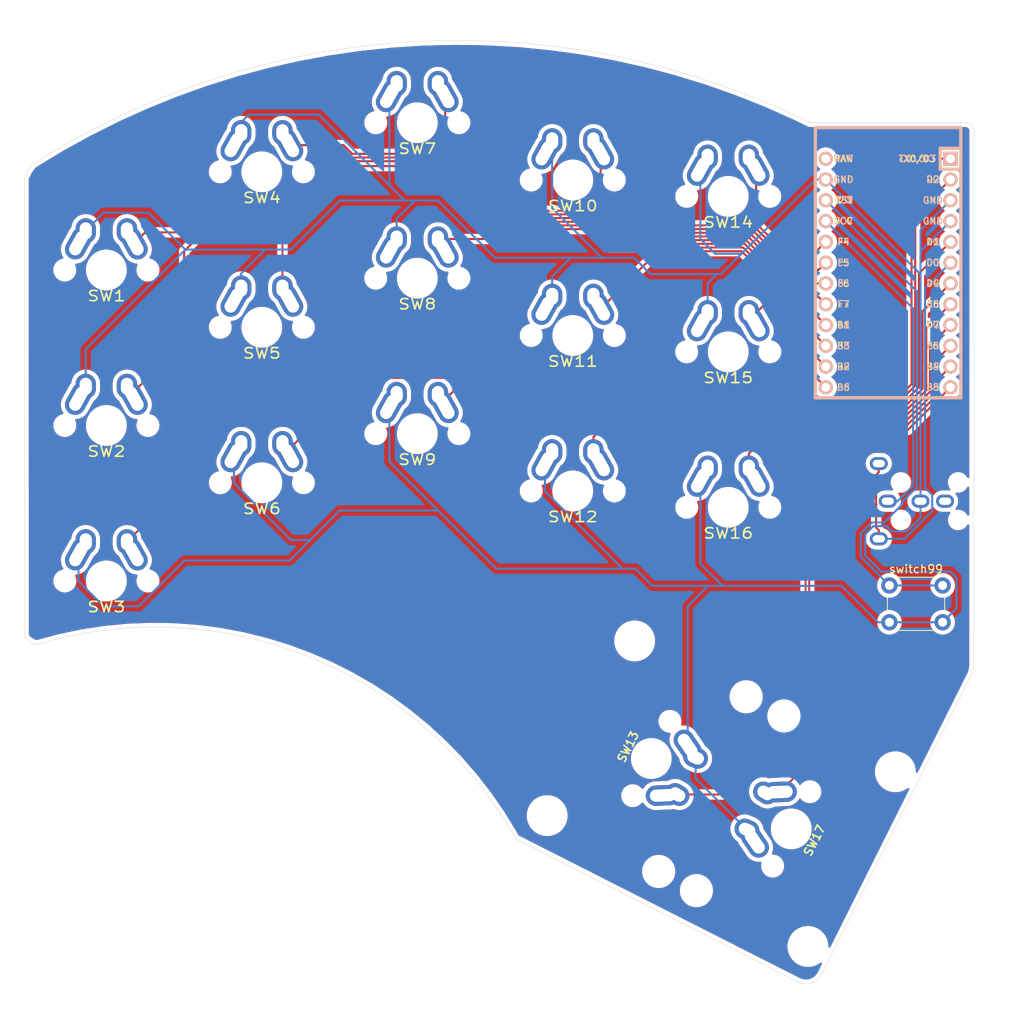
<source format=kicad_pcb>
(kicad_pcb (version 20171130) (host pcbnew "(5.1.5)-3")
  (layers (0 F.Cu signal) (31 B.Cu signal) (34 B.Paste user) (35 F.Paste user) (36 B.SilkS user) (37 F.SilkS user) (38 B.Mask user) (39 F.Mask user) (44 Edge.Cuts user))
  (net 0 "")
  (net 1 SDA)
  (net 2 "Net-(U1-Pad2)")
  (net 3 GROUND)
  (net 4 C1)
  (net 5 C2)
  (net 6 C3)
  (net 7 C4)
  (net 8 C5)
  (net 9 C6)
  (net 10 C7)
  (net 11 C8)
  (net 12 C9)
  (net 13 C10)
  (net 14 C11)
  (net 15 C12)
  (net 16 C13)
  (net 17 C14)
  (net 18 C15)
  (net 19 C16)
  (net 20 C17)
  (net 21 RESET)
  (module Button_Switch_THT:SW_PUSH_6mm_H4.3mm (layer F.Cu) (at 125.7 77.55)
    (fp_text reference switch99 (at 3.25 -2) (layer F.SilkS))
    (fp_text value switch)
    (pad 1 thru_hole circle (at 6.5 0 90) (size 2 2) (drill 1.1) (layers *.Cu *.Mask) (net 21 RESET))
    (pad 2 thru_hole circle (at 6.5 4.5 90) (size 2 2) (drill 1.1) (layers *.Cu *.Mask) (net 3 GROUND))
    (pad 1 thru_hole circle (at 0 0 90) (size 2 2) (drill 1.1) (layers *.Cu *.Mask) (net 21 RESET))
    (pad 2 thru_hole circle (at 0 4.5 90) (size 2 2) (drill 1.1) (layers *.Cu *.Mask) (net 3 GROUND))
  )
  (module footprints:2u-dual (layer F.Cu) (at 113.7 107.3 63.4)
    (fp_text reference SW17 (at 0 3.175 63.4) (layer F.SilkS) (effects (font (thickness 0.2))))
    (fp_text value switch hide)
    (pad "" np_thru_hole circle (at 11.938 8.255 63.4) (size 3.9878 3.9878) (drill 3.9878) (layers *.Cu *.Mask))
    (pad "" np_thru_hole circle (at -11.938 8.255 63.4) (size 3.9878 3.9878) (drill 3.9878) (layers *.Cu *.Mask))
    (pad "" np_thru_hole circle (at 11.938 -6.985 63.4) (size 3.048 3.048) (drill 3.048) (layers *.Cu *.Mask))
    (pad "" np_thru_hole circle (at -11.938 -6.985 63.4) (size 3.048 3.048) (drill 3.048) (layers *.Cu *.Mask))
    (pad "" np_thru_hole circle (at 5.08 0 63.4) (size 1.8 1.8) (drill 1.8) (layers *.Cu *.Mask))
    (pad "" np_thru_hole circle (at -5.08 0 63.4) (size 1.8 1.8) (drill 1.8) (layers *.Cu *.Mask))
    (pad "" np_thru_hole circle (at 0 0 63.4) (size 3.9878 3.9878) (drill 3.9878) (layers *.Cu *.Mask))
    (pad 2 thru_hole oval (at 2.52 -4.79 59.5) (size 2.5 3.08) (drill oval 1.5 2.08) (layers *.Cu *.Mask) (net 20 C17))
    (pad 1 thru_hole oval (at -3.405 -3.27 34.4) (size 2.5 4.17) (drill oval 1.5 3.17) (layers *.Cu *.Mask) (net 3 GROUND))
    (pad 2 thru_hole oval (at 3.405 -3.27 92.4) (size 2.5 4.17) (drill oval 1.5 3.17) (layers *.Cu *.Mask) (net 20 C17))
    (pad 1 thru_hole oval (at -2.52 -4.79 67.3) (size 2.5 3.08) (drill oval 1.5 2.08) (layers *.Cu *.Mask) (net 3 GROUND))
  )
  (module footprints:2u-dual (layer F.Cu) (at 96.6 98.7 243.4)
    (fp_text reference SW13 (at 0 3.175 63.4) (layer F.SilkS) (effects (font (thickness 0.2))))
    (fp_text value switch hide)
    (pad "" np_thru_hole circle (at 11.938 8.255 243.4) (size 3.9878 3.9878) (drill 3.9878) (layers *.Cu *.Mask))
    (pad "" np_thru_hole circle (at -11.938 8.255 243.4) (size 3.9878 3.9878) (drill 3.9878) (layers *.Cu *.Mask))
    (pad "" np_thru_hole circle (at 11.938 -6.985 243.4) (size 3.048 3.048) (drill 3.048) (layers *.Cu *.Mask))
    (pad "" np_thru_hole circle (at -11.938 -6.985 243.4) (size 3.048 3.048) (drill 3.048) (layers *.Cu *.Mask))
    (pad "" np_thru_hole circle (at 5.08 0 243.4) (size 1.8 1.8) (drill 1.8) (layers *.Cu *.Mask))
    (pad "" np_thru_hole circle (at -5.08 0 243.4) (size 1.8 1.8) (drill 1.8) (layers *.Cu *.Mask))
    (pad "" np_thru_hole circle (at 0 0 243.4) (size 3.9878 3.9878) (drill 3.9878) (layers *.Cu *.Mask))
    (pad 2 thru_hole oval (at 2.52 -4.79 239.5) (size 2.5 3.08) (drill oval 1.5 2.08) (layers *.Cu *.Mask) (net 16 C13))
    (pad 1 thru_hole oval (at -3.405 -3.27 214.4) (size 2.5 4.17) (drill oval 1.5 3.17) (layers *.Cu *.Mask) (net 3 GROUND))
    (pad 2 thru_hole oval (at 3.405 -3.27 272.4) (size 2.5 4.17) (drill oval 1.5 3.17) (layers *.Cu *.Mask) (net 16 C13))
    (pad 1 thru_hole oval (at -2.52 -4.79 247.3) (size 2.5 3.08) (drill oval 1.5 2.08) (layers *.Cu *.Mask) (net 3 GROUND))
  )
  (module footprints:1u-dual (layer F.Cu) (at 106 30)
    (fp_text reference SW14 (at 0 3.175) (layer F.SilkS) (effects (font (size 1.27 1.524) (thickness 0.2032))))
    (fp_text value switch hide)
    (pad 1 thru_hole oval (at -2.52 -4.79) (size 2.5 3.08) (drill oval 1.5 2.08) (layers *.Cu *.Mask) (net 3 GROUND))
    (pad 2 thru_hole oval (at 3.405 -3.27 29) (size 2.5 4.17) (drill oval 1.5 3.17) (layers *.Cu *.Mask) (net 17 C14))
    (pad "" np_thru_hole circle (at 5.08 0) (size 1.8 1.8) (drill 1.8) (layers *.Cu *.Mask))
    (pad "" np_thru_hole circle (at -5.08 0) (size 1.8 1.8) (drill 1.8) (layers *.Cu *.Mask))
    (pad "" np_thru_hole circle (at 0 0) (size 3.9878 3.9878) (drill 3.9878) (layers *.Cu *.Mask))
    (pad 2 thru_hole oval (at 2.52 -4.79) (size 2.5 3.08) (drill oval 1.5 2.08) (layers *.Cu *.Mask) (net 17 C14))
    (pad 1 thru_hole oval (at -3.405 -3.27 331) (size 2.5 4.17) (drill oval 1.5 3.17) (layers *.Cu *.Mask) (net 3 GROUND))
  )
  (module footprints:1u-dual (layer F.Cu) (at 106 68)
    (fp_text reference SW16 (at 0 3.175) (layer F.SilkS) (effects (font (size 1.27 1.524) (thickness 0.2032))))
    (fp_text value switch hide)
    (pad 1 thru_hole oval (at -2.52 -4.79) (size 2.5 3.08) (drill oval 1.5 2.08) (layers *.Cu *.Mask) (net 3 GROUND))
    (pad 2 thru_hole oval (at 3.405 -3.27 29) (size 2.5 4.17) (drill oval 1.5 3.17) (layers *.Cu *.Mask) (net 19 C16))
    (pad "" np_thru_hole circle (at 5.08 0) (size 1.8 1.8) (drill 1.8) (layers *.Cu *.Mask))
    (pad "" np_thru_hole circle (at -5.08 0) (size 1.8 1.8) (drill 1.8) (layers *.Cu *.Mask))
    (pad "" np_thru_hole circle (at 0 0) (size 3.9878 3.9878) (drill 3.9878) (layers *.Cu *.Mask))
    (pad 2 thru_hole oval (at 2.52 -4.79) (size 2.5 3.08) (drill oval 1.5 2.08) (layers *.Cu *.Mask) (net 19 C16))
    (pad 1 thru_hole oval (at -3.405 -3.27 331) (size 2.5 4.17) (drill oval 1.5 3.17) (layers *.Cu *.Mask) (net 3 GROUND))
  )
  (module footprints:1u-dual (layer F.Cu) (at 106 49)
    (fp_text reference SW15 (at 0 3.175) (layer F.SilkS) (effects (font (size 1.27 1.524) (thickness 0.2032))))
    (fp_text value switch hide)
    (pad 1 thru_hole oval (at -2.52 -4.79) (size 2.5 3.08) (drill oval 1.5 2.08) (layers *.Cu *.Mask) (net 3 GROUND))
    (pad 2 thru_hole oval (at 3.405 -3.27 29) (size 2.5 4.17) (drill oval 1.5 3.17) (layers *.Cu *.Mask) (net 18 C15))
    (pad "" np_thru_hole circle (at 5.08 0) (size 1.8 1.8) (drill 1.8) (layers *.Cu *.Mask))
    (pad "" np_thru_hole circle (at -5.08 0) (size 1.8 1.8) (drill 1.8) (layers *.Cu *.Mask))
    (pad "" np_thru_hole circle (at 0 0) (size 3.9878 3.9878) (drill 3.9878) (layers *.Cu *.Mask))
    (pad 2 thru_hole oval (at 2.52 -4.79) (size 2.5 3.08) (drill oval 1.5 2.08) (layers *.Cu *.Mask) (net 18 C15))
    (pad 1 thru_hole oval (at -3.405 -3.27 331) (size 2.5 4.17) (drill oval 1.5 3.17) (layers *.Cu *.Mask) (net 3 GROUND))
  )
  (module footprints:1u-dual (layer F.Cu) (at 87 66)
    (fp_text reference SW12 (at 0 3.175) (layer F.SilkS) (effects (font (size 1.27 1.524) (thickness 0.2032))))
    (fp_text value switch hide)
    (pad 1 thru_hole oval (at -2.52 -4.79) (size 2.5 3.08) (drill oval 1.5 2.08) (layers *.Cu *.Mask) (net 3 GROUND))
    (pad 2 thru_hole oval (at 3.405 -3.27 29) (size 2.5 4.17) (drill oval 1.5 3.17) (layers *.Cu *.Mask) (net 15 C12))
    (pad "" np_thru_hole circle (at 5.08 0) (size 1.8 1.8) (drill 1.8) (layers *.Cu *.Mask))
    (pad "" np_thru_hole circle (at -5.08 0) (size 1.8 1.8) (drill 1.8) (layers *.Cu *.Mask))
    (pad "" np_thru_hole circle (at 0 0) (size 3.9878 3.9878) (drill 3.9878) (layers *.Cu *.Mask))
    (pad 2 thru_hole oval (at 2.52 -4.79) (size 2.5 3.08) (drill oval 1.5 2.08) (layers *.Cu *.Mask) (net 15 C12))
    (pad 1 thru_hole oval (at -3.405 -3.27 331) (size 2.5 4.17) (drill oval 1.5 3.17) (layers *.Cu *.Mask) (net 3 GROUND))
  )
  (module footprints:1u-dual (layer F.Cu) (at 87 47)
    (fp_text reference SW11 (at 0 3.175) (layer F.SilkS) (effects (font (size 1.27 1.524) (thickness 0.2032))))
    (fp_text value switch hide)
    (pad 1 thru_hole oval (at -2.52 -4.79) (size 2.5 3.08) (drill oval 1.5 2.08) (layers *.Cu *.Mask) (net 3 GROUND))
    (pad 2 thru_hole oval (at 3.405 -3.27 29) (size 2.5 4.17) (drill oval 1.5 3.17) (layers *.Cu *.Mask) (net 14 C11))
    (pad "" np_thru_hole circle (at 5.08 0) (size 1.8 1.8) (drill 1.8) (layers *.Cu *.Mask))
    (pad "" np_thru_hole circle (at -5.08 0) (size 1.8 1.8) (drill 1.8) (layers *.Cu *.Mask))
    (pad "" np_thru_hole circle (at 0 0) (size 3.9878 3.9878) (drill 3.9878) (layers *.Cu *.Mask))
    (pad 2 thru_hole oval (at 2.52 -4.79) (size 2.5 3.08) (drill oval 1.5 2.08) (layers *.Cu *.Mask) (net 14 C11))
    (pad 1 thru_hole oval (at -3.405 -3.27 331) (size 2.5 4.17) (drill oval 1.5 3.17) (layers *.Cu *.Mask) (net 3 GROUND))
  )
  (module footprints:1u-dual (layer F.Cu) (at 87 28)
    (fp_text reference SW10 (at 0 3.175) (layer F.SilkS) (effects (font (size 1.27 1.524) (thickness 0.2032))))
    (fp_text value switch hide)
    (pad 1 thru_hole oval (at -2.52 -4.79) (size 2.5 3.08) (drill oval 1.5 2.08) (layers *.Cu *.Mask) (net 3 GROUND))
    (pad 2 thru_hole oval (at 3.405 -3.27 29) (size 2.5 4.17) (drill oval 1.5 3.17) (layers *.Cu *.Mask) (net 13 C10))
    (pad "" np_thru_hole circle (at 5.08 0) (size 1.8 1.8) (drill 1.8) (layers *.Cu *.Mask))
    (pad "" np_thru_hole circle (at -5.08 0) (size 1.8 1.8) (drill 1.8) (layers *.Cu *.Mask))
    (pad "" np_thru_hole circle (at 0 0) (size 3.9878 3.9878) (drill 3.9878) (layers *.Cu *.Mask))
    (pad 2 thru_hole oval (at 2.52 -4.79) (size 2.5 3.08) (drill oval 1.5 2.08) (layers *.Cu *.Mask) (net 13 C10))
    (pad 1 thru_hole oval (at -3.405 -3.27 331) (size 2.5 4.17) (drill oval 1.5 3.17) (layers *.Cu *.Mask) (net 3 GROUND))
  )
  (module footprints:1u-dual (layer F.Cu) (at 68 59)
    (fp_text reference SW9 (at 0 3.175) (layer F.SilkS) (effects (font (size 1.27 1.524) (thickness 0.2032))))
    (fp_text value switch hide)
    (pad 1 thru_hole oval (at -2.52 -4.79) (size 2.5 3.08) (drill oval 1.5 2.08) (layers *.Cu *.Mask) (net 3 GROUND))
    (pad 2 thru_hole oval (at 3.405 -3.27 29) (size 2.5 4.17) (drill oval 1.5 3.17) (layers *.Cu *.Mask) (net 12 C9))
    (pad "" np_thru_hole circle (at 5.08 0) (size 1.8 1.8) (drill 1.8) (layers *.Cu *.Mask))
    (pad "" np_thru_hole circle (at -5.08 0) (size 1.8 1.8) (drill 1.8) (layers *.Cu *.Mask))
    (pad "" np_thru_hole circle (at 0 0) (size 3.9878 3.9878) (drill 3.9878) (layers *.Cu *.Mask))
    (pad 2 thru_hole oval (at 2.52 -4.79) (size 2.5 3.08) (drill oval 1.5 2.08) (layers *.Cu *.Mask) (net 12 C9))
    (pad 1 thru_hole oval (at -3.405 -3.27 331) (size 2.5 4.17) (drill oval 1.5 3.17) (layers *.Cu *.Mask) (net 3 GROUND))
  )
  (module footprints:1u-dual (layer F.Cu) (at 68 40)
    (fp_text reference SW8 (at 0 3.175) (layer F.SilkS) (effects (font (size 1.27 1.524) (thickness 0.2032))))
    (fp_text value switch hide)
    (pad 1 thru_hole oval (at -2.52 -4.79) (size 2.5 3.08) (drill oval 1.5 2.08) (layers *.Cu *.Mask) (net 3 GROUND))
    (pad 2 thru_hole oval (at 3.405 -3.27 29) (size 2.5 4.17) (drill oval 1.5 3.17) (layers *.Cu *.Mask) (net 11 C8))
    (pad "" np_thru_hole circle (at 5.08 0) (size 1.8 1.8) (drill 1.8) (layers *.Cu *.Mask))
    (pad "" np_thru_hole circle (at -5.08 0) (size 1.8 1.8) (drill 1.8) (layers *.Cu *.Mask))
    (pad "" np_thru_hole circle (at 0 0) (size 3.9878 3.9878) (drill 3.9878) (layers *.Cu *.Mask))
    (pad 2 thru_hole oval (at 2.52 -4.79) (size 2.5 3.08) (drill oval 1.5 2.08) (layers *.Cu *.Mask) (net 11 C8))
    (pad 1 thru_hole oval (at -3.405 -3.27 331) (size 2.5 4.17) (drill oval 1.5 3.17) (layers *.Cu *.Mask) (net 3 GROUND))
  )
  (module footprints:1u-dual (layer F.Cu) (at 68 21)
    (fp_text reference SW7 (at 0 3.175) (layer F.SilkS) (effects (font (size 1.27 1.524) (thickness 0.2032))))
    (fp_text value switch hide)
    (pad 1 thru_hole oval (at -2.52 -4.79) (size 2.5 3.08) (drill oval 1.5 2.08) (layers *.Cu *.Mask) (net 3 GROUND))
    (pad 2 thru_hole oval (at 3.405 -3.27 29) (size 2.5 4.17) (drill oval 1.5 3.17) (layers *.Cu *.Mask) (net 10 C7))
    (pad "" np_thru_hole circle (at 5.08 0) (size 1.8 1.8) (drill 1.8) (layers *.Cu *.Mask))
    (pad "" np_thru_hole circle (at -5.08 0) (size 1.8 1.8) (drill 1.8) (layers *.Cu *.Mask))
    (pad "" np_thru_hole circle (at 0 0) (size 3.9878 3.9878) (drill 3.9878) (layers *.Cu *.Mask))
    (pad 2 thru_hole oval (at 2.52 -4.79) (size 2.5 3.08) (drill oval 1.5 2.08) (layers *.Cu *.Mask) (net 10 C7))
    (pad 1 thru_hole oval (at -3.405 -3.27 331) (size 2.5 4.17) (drill oval 1.5 3.17) (layers *.Cu *.Mask) (net 3 GROUND))
  )
  (module footprints:1u-dual (layer F.Cu) (at 49 65)
    (fp_text reference SW6 (at 0 3.175) (layer F.SilkS) (effects (font (size 1.27 1.524) (thickness 0.2032))))
    (fp_text value switch hide)
    (pad 1 thru_hole oval (at -2.52 -4.79) (size 2.5 3.08) (drill oval 1.5 2.08) (layers *.Cu *.Mask) (net 3 GROUND))
    (pad 2 thru_hole oval (at 3.405 -3.27 29) (size 2.5 4.17) (drill oval 1.5 3.17) (layers *.Cu *.Mask) (net 9 C6))
    (pad "" np_thru_hole circle (at 5.08 0) (size 1.8 1.8) (drill 1.8) (layers *.Cu *.Mask))
    (pad "" np_thru_hole circle (at -5.08 0) (size 1.8 1.8) (drill 1.8) (layers *.Cu *.Mask))
    (pad "" np_thru_hole circle (at 0 0) (size 3.9878 3.9878) (drill 3.9878) (layers *.Cu *.Mask))
    (pad 2 thru_hole oval (at 2.52 -4.79) (size 2.5 3.08) (drill oval 1.5 2.08) (layers *.Cu *.Mask) (net 9 C6))
    (pad 1 thru_hole oval (at -3.405 -3.27 331) (size 2.5 4.17) (drill oval 1.5 3.17) (layers *.Cu *.Mask) (net 3 GROUND))
  )
  (module footprints:1u-dual (layer F.Cu) (at 49 46)
    (fp_text reference SW5 (at 0 3.175) (layer F.SilkS) (effects (font (size 1.27 1.524) (thickness 0.2032))))
    (fp_text value switch hide)
    (pad 1 thru_hole oval (at -2.52 -4.79) (size 2.5 3.08) (drill oval 1.5 2.08) (layers *.Cu *.Mask) (net 3 GROUND))
    (pad 2 thru_hole oval (at 3.405 -3.27 29) (size 2.5 4.17) (drill oval 1.5 3.17) (layers *.Cu *.Mask) (net 8 C5))
    (pad "" np_thru_hole circle (at 5.08 0) (size 1.8 1.8) (drill 1.8) (layers *.Cu *.Mask))
    (pad "" np_thru_hole circle (at -5.08 0) (size 1.8 1.8) (drill 1.8) (layers *.Cu *.Mask))
    (pad "" np_thru_hole circle (at 0 0) (size 3.9878 3.9878) (drill 3.9878) (layers *.Cu *.Mask))
    (pad 2 thru_hole oval (at 2.52 -4.79) (size 2.5 3.08) (drill oval 1.5 2.08) (layers *.Cu *.Mask) (net 8 C5))
    (pad 1 thru_hole oval (at -3.405 -3.27 331) (size 2.5 4.17) (drill oval 1.5 3.17) (layers *.Cu *.Mask) (net 3 GROUND))
  )
  (module footprints:1u-dual (layer F.Cu) (at 49 27)
    (fp_text reference SW4 (at 0 3.175) (layer F.SilkS) (effects (font (size 1.27 1.524) (thickness 0.2032))))
    (fp_text value switch hide)
    (pad 1 thru_hole oval (at -2.52 -4.79) (size 2.5 3.08) (drill oval 1.5 2.08) (layers *.Cu *.Mask) (net 3 GROUND))
    (pad 2 thru_hole oval (at 3.405 -3.27 29) (size 2.5 4.17) (drill oval 1.5 3.17) (layers *.Cu *.Mask) (net 7 C4))
    (pad "" np_thru_hole circle (at 5.08 0) (size 1.8 1.8) (drill 1.8) (layers *.Cu *.Mask))
    (pad "" np_thru_hole circle (at -5.08 0) (size 1.8 1.8) (drill 1.8) (layers *.Cu *.Mask))
    (pad "" np_thru_hole circle (at 0 0) (size 3.9878 3.9878) (drill 3.9878) (layers *.Cu *.Mask))
    (pad 2 thru_hole oval (at 2.52 -4.79) (size 2.5 3.08) (drill oval 1.5 2.08) (layers *.Cu *.Mask) (net 7 C4))
    (pad 1 thru_hole oval (at -3.405 -3.27 331) (size 2.5 4.17) (drill oval 1.5 3.17) (layers *.Cu *.Mask) (net 3 GROUND))
  )
  (module footprints:1u-dual (layer F.Cu) (at 30 77)
    (fp_text reference SW3 (at 0 3.175) (layer F.SilkS) (effects (font (size 1.27 1.524) (thickness 0.2032))))
    (fp_text value switch hide)
    (pad 1 thru_hole oval (at -2.52 -4.79) (size 2.5 3.08) (drill oval 1.5 2.08) (layers *.Cu *.Mask) (net 3 GROUND))
    (pad 2 thru_hole oval (at 3.405 -3.27 29) (size 2.5 4.17) (drill oval 1.5 3.17) (layers *.Cu *.Mask) (net 6 C3))
    (pad "" np_thru_hole circle (at 5.08 0) (size 1.8 1.8) (drill 1.8) (layers *.Cu *.Mask))
    (pad "" np_thru_hole circle (at -5.08 0) (size 1.8 1.8) (drill 1.8) (layers *.Cu *.Mask))
    (pad "" np_thru_hole circle (at 0 0) (size 3.9878 3.9878) (drill 3.9878) (layers *.Cu *.Mask))
    (pad 2 thru_hole oval (at 2.52 -4.79) (size 2.5 3.08) (drill oval 1.5 2.08) (layers *.Cu *.Mask) (net 6 C3))
    (pad 1 thru_hole oval (at -3.405 -3.27 331) (size 2.5 4.17) (drill oval 1.5 3.17) (layers *.Cu *.Mask) (net 3 GROUND))
  )
  (module footprints:1u-dual (layer F.Cu) (at 30 58)
    (fp_text reference SW2 (at 0 3.175) (layer F.SilkS) (effects (font (size 1.27 1.524) (thickness 0.2032))))
    (fp_text value switch hide)
    (pad 1 thru_hole oval (at -2.52 -4.79) (size 2.5 3.08) (drill oval 1.5 2.08) (layers *.Cu *.Mask) (net 3 GROUND))
    (pad 2 thru_hole oval (at 3.405 -3.27 29) (size 2.5 4.17) (drill oval 1.5 3.17) (layers *.Cu *.Mask) (net 5 C2))
    (pad "" np_thru_hole circle (at 5.08 0) (size 1.8 1.8) (drill 1.8) (layers *.Cu *.Mask))
    (pad "" np_thru_hole circle (at -5.08 0) (size 1.8 1.8) (drill 1.8) (layers *.Cu *.Mask))
    (pad "" np_thru_hole circle (at 0 0) (size 3.9878 3.9878) (drill 3.9878) (layers *.Cu *.Mask))
    (pad 2 thru_hole oval (at 2.52 -4.79) (size 2.5 3.08) (drill oval 1.5 2.08) (layers *.Cu *.Mask) (net 5 C2))
    (pad 1 thru_hole oval (at -3.405 -3.27 331) (size 2.5 4.17) (drill oval 1.5 3.17) (layers *.Cu *.Mask) (net 3 GROUND))
  )
  (module footprints:1u-dual (layer F.Cu) (at 30 39)
    (fp_text reference SW1 (at 0 3.175) (layer F.SilkS) (effects (font (size 1.27 1.524) (thickness 0.2032))))
    (fp_text value switch hide)
    (pad 1 thru_hole oval (at -2.52 -4.79) (size 2.5 3.08) (drill oval 1.5 2.08) (layers *.Cu *.Mask) (net 3 GROUND))
    (pad 2 thru_hole oval (at 3.405 -3.27 29) (size 2.5 4.17) (drill oval 1.5 3.17) (layers *.Cu *.Mask) (net 4 C1))
    (pad "" np_thru_hole circle (at 5.08 0) (size 1.8 1.8) (drill 1.8) (layers *.Cu *.Mask))
    (pad "" np_thru_hole circle (at -5.08 0) (size 1.8 1.8) (drill 1.8) (layers *.Cu *.Mask))
    (pad "" np_thru_hole circle (at 0 0) (size 3.9878 3.9878) (drill 3.9878) (layers *.Cu *.Mask))
    (pad 2 thru_hole oval (at 2.52 -4.79) (size 2.5 3.08) (drill oval 1.5 2.08) (layers *.Cu *.Mask) (net 4 C1))
    (pad 1 thru_hole oval (at -3.405 -3.27 331) (size 2.5 4.17) (drill oval 1.5 3.17) (layers *.Cu *.Mask) (net 3 GROUND))
  )
  (module footprints:promicro (layer B.Cu) (at 125.54 39.37 270)
    (fp_text reference U2 hide)
    (fp_text value ProMicro hide)
    (fp_text user ST (at -8.91 5.04 180) (layer F.SilkS) (effects (font (size 0.8 0.8))))
    (fp_text user TX0/D3 (at -13.97 -3.571872 180) (layer B.SilkS) (effects (font (size 0.8 0.8)) (justify mirror)))
    (fp_text user TX0/D3 (at -13.97 -3.571872 180) (layer F.SilkS) (effects (font (size 0.8 0.8))))
    (fp_text user D2 (at -11.43 -5.461 180) (layer B.SilkS) (effects (font (size 0.8 0.8)) (justify mirror)))
    (fp_text user D0 (at -1.27 -5.461 180) (layer B.SilkS) (effects (font (size 0.8 0.8)) (justify mirror)))
    (fp_text user D1 (at -3.81 -5.461 180) (layer B.SilkS) (effects (font (size 0.8 0.8)) (justify mirror)))
    (fp_text user GND (at -6.35 -5.461 180) (layer B.SilkS) (effects (font (size 0.8 0.8)) (justify mirror)))
    (fp_text user GND (at -8.89 -5.461 180) (layer B.SilkS) (effects (font (size 0.8 0.8)) (justify mirror)))
    (fp_text user D4 (at 1.27 -5.461 180) (layer B.SilkS) (effects (font (size 0.8 0.8)) (justify mirror)))
    (fp_text user C6 (at 3.81 -5.461 180) (layer B.SilkS) (effects (font (size 0.8 0.8)) (justify mirror)))
    (fp_text user D7 (at 6.35 -5.461 180) (layer B.SilkS) (effects (font (size 0.8 0.8)) (justify mirror)))
    (fp_text user E6 (at 8.89 -5.461 180) (layer B.SilkS) (effects (font (size 0.8 0.8)) (justify mirror)))
    (fp_text user B4 (at 11.43 -5.461 180) (layer B.SilkS) (effects (font (size 0.8 0.8)) (justify mirror)))
    (fp_text user B5 (at 13.97 -5.461 180) (layer B.SilkS) (effects (font (size 0.8 0.8)) (justify mirror)))
    (fp_text user B6 (at 13.97 5.461 180) (layer B.SilkS) (effects (font (size 0.8 0.8)) (justify mirror)))
    (fp_text user B2 (at 11.43 5.461 180) (layer F.SilkS) (effects (font (size 0.8 0.8))))
    (fp_text user B3 (at 8.89 5.461 180) (layer B.SilkS) (effects (font (size 0.8 0.8)) (justify mirror)))
    (fp_text user B1 (at 6.35 5.461 180) (layer B.SilkS) (effects (font (size 0.8 0.8)) (justify mirror)))
    (fp_text user F7 (at 3.81 5.461 180) (layer F.SilkS) (effects (font (size 0.8 0.8))))
    (fp_text user F6 (at 1.27 5.461 180) (layer F.SilkS) (effects (font (size 0.8 0.8))))
    (fp_text user F5 (at -1.27 5.461 180) (layer F.SilkS) (effects (font (size 0.8 0.8))))
    (fp_text user F4 (at -3.81 5.461 180) (layer B.SilkS) (effects (font (size 0.8 0.8)) (justify mirror)))
    (fp_text user VCC (at -6.35 5.461 180) (layer B.SilkS) (effects (font (size 0.8 0.8)) (justify mirror)))
    (fp_text user ST (at -8.92 5.73312 180) (layer B.SilkS) (effects (font (size 0.8 0.8)) (justify mirror)))
    (fp_text user GND (at -11.43 5.461 180) (layer B.SilkS) (effects (font (size 0.8 0.8)) (justify mirror)))
    (fp_text user RAW (at -13.97 5.461 180) (layer B.SilkS) (effects (font (size 0.8 0.8)) (justify mirror)))
    (fp_text user RAW (at -13.97 5.461 180) (layer F.SilkS) (effects (font (size 0.8 0.8))))
    (fp_text user GND (at -11.43 5.461 180) (layer F.SilkS) (effects (font (size 0.8 0.8))))
    (fp_text user VCC (at -6.35 5.461 180) (layer F.SilkS) (effects (font (size 0.8 0.8))))
    (fp_text user F4 (at -3.81 5.461 180) (layer F.SilkS) (effects (font (size 0.8 0.8))))
    (fp_text user F5 (at -1.27 5.461 180) (layer B.SilkS) (effects (font (size 0.8 0.8)) (justify mirror)))
    (fp_text user F6 (at 1.27 5.461 180) (layer B.SilkS) (effects (font (size 0.8 0.8)) (justify mirror)))
    (fp_text user F7 (at 3.81 5.461 180) (layer B.SilkS) (effects (font (size 0.8 0.8)) (justify mirror)))
    (fp_text user B1 (at 6.35 5.461 180) (layer F.SilkS) (effects (font (size 0.8 0.8))))
    (fp_text user B3 (at 8.89 5.461 180) (layer F.SilkS) (effects (font (size 0.8 0.8))))
    (fp_text user B2 (at 11.43 5.461 180) (layer B.SilkS) (effects (font (size 0.8 0.8)) (justify mirror)))
    (fp_text user B6 (at 13.97 5.461 180) (layer F.SilkS) (effects (font (size 0.8 0.8))))
    (fp_text user B5 (at 13.97 -5.461 180) (layer F.SilkS) (effects (font (size 0.8 0.8))))
    (fp_text user B4 (at 11.43 -5.461 180) (layer F.SilkS) (effects (font (size 0.8 0.8))))
    (fp_text user E6 (at 8.89 -5.461 180) (layer F.SilkS) (effects (font (size 0.8 0.8))))
    (fp_text user D7 (at 6.35 -5.461 180) (layer F.SilkS) (effects (font (size 0.8 0.8))))
    (fp_text user C6 (at 3.81 -5.461 180) (layer F.SilkS) (effects (font (size 0.8 0.8))))
    (fp_text user D4 (at 1.27 -5.461 180) (layer F.SilkS) (effects (font (size 0.8 0.8))))
    (fp_text user GND (at -8.89 -5.461 180) (layer F.SilkS) (effects (font (size 0.8 0.8))))
    (fp_text user GND (at -6.35 -5.461 180) (layer F.SilkS) (effects (font (size 0.8 0.8))))
    (fp_text user D1 (at -3.81 -5.461 180) (layer F.SilkS) (effects (font (size 0.8 0.8))))
    (fp_text user D0 (at -1.27 -5.461 180) (layer F.SilkS) (effects (font (size 0.8 0.8))))
    (fp_text user D2 (at -11.43 -5.461 180) (layer F.SilkS) (effects (font (size 0.8 0.8))))
    (pad 24 thru_hole circle (at -13.97 7.62 270) (size 1.7526 1.7526) (drill 1.0922) (layers *.Cu *.SilkS *.Mask))
    (pad 12 thru_hole circle (at 13.97 -7.62 270) (size 1.7526 1.7526) (drill 1.0922) (layers *.Cu *.SilkS *.Mask) (net 20 C17))
    (pad 23 thru_hole circle (at -11.43 7.62 270) (size 1.7526 1.7526) (drill 1.0922) (layers *.Cu *.SilkS *.Mask) (net 3 GROUND))
    (pad 22 thru_hole circle (at -8.89 7.62 270) (size 1.7526 1.7526) (drill 1.0922) (layers *.Cu *.SilkS *.Mask) (net 21 RESET))
    (pad 21 thru_hole circle (at -6.35 7.62 270) (size 1.7526 1.7526) (drill 1.0922) (layers *.Cu *.SilkS *.Mask) (net 2 "Net-(U1-Pad2)"))
    (pad 20 thru_hole circle (at -3.81 7.62 270) (size 1.7526 1.7526) (drill 1.0922) (layers *.Cu *.SilkS *.Mask) (net 17 C14))
    (pad 19 thru_hole circle (at -1.27 7.62 270) (size 1.7526 1.7526) (drill 1.0922) (layers *.Cu *.SilkS *.Mask) (net 13 C10))
    (pad 18 thru_hole circle (at 1.27 7.62 270) (size 1.7526 1.7526) (drill 1.0922) (layers *.Cu *.SilkS *.Mask) (net 10 C7))
    (pad 17 thru_hole circle (at 3.81 7.62 270) (size 1.7526 1.7526) (drill 1.0922) (layers *.Cu *.SilkS *.Mask) (net 7 C4))
    (pad 16 thru_hole circle (at 6.35 7.62 270) (size 1.7526 1.7526) (drill 1.0922) (layers *.Cu *.SilkS *.Mask) (net 4 C1))
    (pad 15 thru_hole circle (at 8.89 7.62 270) (size 1.7526 1.7526) (drill 1.0922) (layers *.Cu *.SilkS *.Mask) (net 5 C2))
    (pad 14 thru_hole circle (at 11.43 7.62 270) (size 1.7526 1.7526) (drill 1.0922) (layers *.Cu *.SilkS *.Mask) (net 8 C5))
    (pad 13 thru_hole circle (at 13.97 7.62 270) (size 1.7526 1.7526) (drill 1.0922) (layers *.Cu *.SilkS *.Mask) (net 11 C8))
    (pad 11 thru_hole circle (at 11.43 -7.62 270) (size 1.7526 1.7526) (drill 1.0922) (layers *.Cu *.SilkS *.Mask) (net 16 C13))
    (pad 10 thru_hole circle (at 8.89 -7.62 270) (size 1.7526 1.7526) (drill 1.0922) (layers *.Cu *.SilkS *.Mask) (net 19 C16))
    (pad 9 thru_hole circle (at 6.35 -7.62 270) (size 1.7526 1.7526) (drill 1.0922) (layers *.Cu *.SilkS *.Mask) (net 15 C12))
    (pad 8 thru_hole circle (at 3.81 -7.62 270) (size 1.7526 1.7526) (drill 1.0922) (layers *.Cu *.SilkS *.Mask) (net 12 C9))
    (pad 7 thru_hole circle (at 1.27 -7.62 270) (size 1.7526 1.7526) (drill 1.0922) (layers *.Cu *.SilkS *.Mask) (net 9 C6))
    (pad 6 thru_hole circle (at -1.27 -7.62 270) (size 1.7526 1.7526) (drill 1.0922) (layers *.Cu *.SilkS *.Mask) (net 1 SDA))
    (pad 5 thru_hole circle (at -3.81 -7.62 270) (size 1.7526 1.7526) (drill 1.0922) (layers *.Cu *.SilkS *.Mask) (net 6 C3))
    (pad 4 thru_hole circle (at -6.35 -7.62 270) (size 1.7526 1.7526) (drill 1.0922) (layers *.Cu *.SilkS *.Mask) (net 3 GROUND))
    (pad 3 thru_hole circle (at -8.89 -7.62 270) (size 1.7526 1.7526) (drill 1.0922) (layers *.Cu *.SilkS *.Mask) (net 3 GROUND))
    (pad 2 thru_hole circle (at -11.43 -7.62 270) (size 1.7526 1.7526) (drill 1.0922) (layers *.Cu *.SilkS *.Mask) (net 18 C15))
    (pad 1 thru_hole rect (at -13.97 -7.62 270) (size 1.7526 1.7526) (drill 1.0922) (layers *.Cu *.SilkS *.Mask) (net 14 C11))
  )
  (module footprints:trrs (layer B.Cu) (at 135.7 67.25 90)
    (fp_text reference U1)
    (fp_text value TRRS)
    (pad 3 thru_hole oval (at 0 -6.2 90) (size 1.6 2.2) (drill oval 0.9 1.5) (layers *.Cu *.Mask) (net 3 GROUND))
    (pad "" np_thru_hole circle (at -2.3 -1.6 90) (size 1.5 1.5) (drill 1.5) (layers *.Cu *.Mask))
    (pad "" np_thru_hole circle (at -2.3 -8.6 90) (size 1.5 1.5) (drill 1.5) (layers *.Cu *.Mask))
    (pad 4 thru_hole oval (at 0 -3.2 90) (size 1.6 2.2) (drill oval 0.9 1.5) (layers *.Cu *.Mask))
    (pad 2 thru_hole oval (at 0 -10.2 90) (size 1.6 2.2) (drill oval 0.9 1.5) (layers *.Cu *.Mask) (net 2 "Net-(U1-Pad2)"))
    (pad 1 thru_hole oval (at -4.6 -11.3 90) (size 1.6 2.2) (drill oval 0.9 1.5) (layers *.Cu *.Mask) (net 1 SDA))
    (pad 1 thru_hole oval (at 4.6 -11.3 90) (size 1.6 2.2) (drill oval 0.9 1.5) (layers *.Cu *.Mask) (net 1 SDA))
    (pad "" np_thru_hole circle (at 2.3 -1.6 90) (size 1.5 1.5) (drill 1.5) (layers *.Cu *.Mask))
    (pad "" np_thru_hole circle (at 2.3 -8.6 90) (size 1.5 1.5) (drill 1.5) (layers *.Cu *.Mask))
  )
  (gr_arc (start 133.2 87.3) (end 135.599999 88.699999) (angle -30.25643716) (layer Edge.Cuts) (width 0.05))
  (gr_arc (start 115.5 124.1) (end 114.500001 125.999999) (angle -93.53079528) (layer Edge.Cuts) (width 0.05))
  (gr_arc (start 24.8 29.5) (end 21.027586 26.0435) (angle -22.6125193) (layer Edge.Cuts) (width 0.05))
  (gr_arc (start 135 22) (end 136 22) (angle -90) (layer Edge.Cuts) (width 0.05))
  (gr_line (start 21.591137 84.744072) (end 21.499802 84.76712) (layer Edge.Cuts) (width 0.05))
  (gr_arc (start 21.9 82.5) (end 20.000001 83.799999) (angle -45.60878847) (layer Edge.Cuts) (width 0.05))
  (gr_arc (start 36 133) (end 79.999999 108.500001) (angle -77.5153804) (layer Edge.Cuts) (width 0.05))
  (gr_line (start 19.988572 27.759696) (end 20.000001 83.799999) (layer Edge.Cuts) (width 0.05))
  (gr_line (start 116 21) (end 135 21) (layer Edge.Cuts) (width 0.05))
  (gr_arc (start 73 108) (end 116 21) (angle -58.6816949) (layer Edge.Cuts) (width 0.05))
  (gr_line (start 80 108.5) (end 114.5 126) (layer Edge.Cuts) (width 0.05))
  (gr_line (start 135.978487 87.3) (end 136 22) (layer Edge.Cuts) (width 0.05))
  (gr_line (start 117.457977 124.981089) (end 135.6 88.7) (layer Edge.Cuts) (width 0.05))
  (segment (start 124.07499 70.47499) (end 124.4 70.8) (width 0.25) (layer F.Cu) (net 1))
  (segment (start 124.4 70.8) (end 124.4 71.85) (width 0.25) (layer F.Cu) (net 1))
  (segment (start 124.07499 64.02501) (end 124.07499 70.47499) (width 0.25) (layer F.Cu) (net 1))
  (segment (start 124.4 63.7) (end 124.07499 64.02501) (width 0.25) (layer F.Cu) (net 1))
  (segment (start 124.4 62.65) (end 124.4 63.7) (width 0.25) (layer F.Cu) (net 1))
  (segment (start 127.55 71.85) (end 124.4 71.85) (width 0.25) (layer B.Cu) (net 1))
  (segment (start 130.05 41.21) (end 130.05 65.6) (width 0.25) (layer B.Cu) (net 1))
  (segment (start 133.16 38.1) (end 130.05 41.21) (width 0.25) (layer B.Cu) (net 1))
  (segment (start 130.92501 68.47499) (end 127.55 71.85) (width 0.25) (layer B.Cu) (net 1))
  (segment (start 130.05 65.6) (end 130.92501 66.47501) (width 0.25) (layer B.Cu) (net 1))
  (segment (start 130.92501 66.47501) (end 130.92501 68.47499) (width 0.25) (layer B.Cu) (net 1))
  (segment (start 133.16 33.02) (end 129.5 36.68) (width 0.25) (layer B.Cu) (net 3))
  (segment (start 127.114213 82.05) (end 132.2 82.05) (width 0.25) (layer B.Cu) (net 3))
  (segment (start 125.7 82.05) (end 127.114213 82.05) (width 0.25) (layer B.Cu) (net 3))
  (segment (start 133.199999 81.050001) (end 132.2 82.05) (width 0.25) (layer B.Cu) (net 3))
  (segment (start 133.9 80.35) (end 133.199999 81.050001) (width 0.25) (layer B.Cu) (net 3))
  (segment (start 125.35 70.3) (end 123.73641 70.3) (width 0.25) (layer B.Cu) (net 3))
  (segment (start 129.5 69.25) (end 127.8 70.95) (width 0.25) (layer B.Cu) (net 3))
  (segment (start 123.73641 70.3) (end 122.75 71.28641) (width 0.25) (layer B.Cu) (net 3))
  (segment (start 127.8 70.95) (end 126 70.95) (width 0.25) (layer B.Cu) (net 3))
  (segment (start 126 70.95) (end 125.35 70.3) (width 0.25) (layer B.Cu) (net 3))
  (segment (start 129.5 67.25) (end 129.5 69.25) (width 0.25) (layer B.Cu) (net 3))
  (segment (start 122.75 73.9) (end 124.7 75.85) (width 0.25) (layer B.Cu) (net 3))
  (segment (start 122.75 71.28641) (end 122.75 73.9) (width 0.25) (layer B.Cu) (net 3))
  (segment (start 124.7 75.85) (end 133.15 75.85) (width 0.25) (layer B.Cu) (net 3))
  (segment (start 133.15 75.85) (end 133.9 76.6) (width 0.25) (layer B.Cu) (net 3))
  (segment (start 133.9 76.6) (end 133.9 80.35) (width 0.25) (layer B.Cu) (net 3))
  (segment (start 129.5 34.14) (end 133.16 30.48) (width 0.25) (layer B.Cu) (net 3))
  (segment (start 129.5 36.68) (end 129.5 34.14) (width 0.25) (layer B.Cu) (net 3))
  (segment (start 117.92 27.94) (end 129.43 39.45) (width 0.25) (layer B.Cu) (net 3))
  (segment (start 129.5 36.68) (end 129.5 39.45) (width 0.25) (layer B.Cu) (net 3))
  (segment (start 129.43 39.45) (end 129.5 39.45) (width 0.25) (layer B.Cu) (net 3))
  (segment (start 129.5 39.45) (end 129.5 66.2) (width 0.25) (layer B.Cu) (net 3))
  (segment (start 129.5 66.2) (end 129.5 67.25) (width 0.25) (layer B.Cu) (net 3))
  (segment (start 124.285787 82.05) (end 119.835787 77.6) (width 0.25) (layer B.Cu) (net 3))
  (segment (start 125.7 82.05) (end 124.285787 82.05) (width 0.25) (layer B.Cu) (net 3))
  (segment (start 96.75 77.6) (end 94.65 75.5) (width 0.25) (layer B.Cu) (net 3))
  (segment (start 77.65 75.5) (end 70.55 68.4) (width 0.25) (layer B.Cu) (net 3))
  (segment (start 70.55 68.4) (end 58.5 68.4) (width 0.25) (layer B.Cu) (net 3))
  (segment (start 52.4 74.5) (end 39.55 74.5) (width 0.25) (layer B.Cu) (net 3))
  (segment (start 39.55 74.5) (end 33.95 80.1) (width 0.25) (layer B.Cu) (net 3))
  (segment (start 33.95 80.1) (end 29.668026 80.1) (width 0.25) (layer B.Cu) (net 3))
  (segment (start 126.7 67.25) (end 125.5 67.25) (width 0.25) (layer B.Cu) (net 2))
  (segment (start 128.6 65.35) (end 126.7 67.25) (width 0.25) (layer B.Cu) (net 2))
  (segment (start 128.6 43.7) (end 128.6 65.35) (width 0.25) (layer B.Cu) (net 2))
  (segment (start 117.92 33.02) (end 128.6 43.7) (width 0.25) (layer B.Cu) (net 2))
  (segment (start 26.595 77.026974) (end 29.668026 80.1) (width 0.25) (layer B.Cu) (net 3))
  (segment (start 26.595 73.73) (end 26.595 77.026974) (width 0.25) (layer B.Cu) (net 3))
  (segment (start 45.595 65.026974) (end 45.595 61.73) (width 0.25) (layer B.Cu) (net 3))
  (segment (start 52.568026 72) (end 45.595 65.026974) (width 0.25) (layer B.Cu) (net 3))
  (segment (start 54.9 72) (end 52.568026 72) (width 0.25) (layer B.Cu) (net 3))
  (segment (start 54.9 72) (end 52.4 74.5) (width 0.25) (layer B.Cu) (net 3))
  (segment (start 58.5 68.4) (end 54.9 72) (width 0.25) (layer B.Cu) (net 3))
  (segment (start 64.595 62.445) (end 70.55 68.4) (width 0.25) (layer B.Cu) (net 3))
  (segment (start 64.595 55.73) (end 64.595 62.445) (width 0.25) (layer B.Cu) (net 3))
  (segment (start 94.65 75.5) (end 94.6 75.5) (width 0.25) (layer B.Cu) (net 3))
  (segment (start 94.6 75.5) (end 77.65 75.5) (width 0.25) (layer B.Cu) (net 3))
  (segment (start 83.595 62.73) (end 83.595 66.026974) (width 0.25) (layer B.Cu) (net 3))
  (segment (start 83.595 66.026974) (end 93.068026 75.5) (width 0.25) (layer B.Cu) (net 3))
  (segment (start 103.55 77.6) (end 96.75 77.6) (width 0.25) (layer B.Cu) (net 3))
  (segment (start 101.048504 80.101496) (end 103.55 77.6) (width 0.25) (layer B.Cu) (net 3))
  (segment (start 101.048504 97.119577) (end 101.048504 80.101496) (width 0.25) (layer B.Cu) (net 3))
  (segment (start 102.595 64.73) (end 102.595 74.895) (width 0.25) (layer B.Cu) (net 3))
  (segment (start 105.25 77.55) (end 105.25 77.6) (width 0.25) (layer B.Cu) (net 3))
  (segment (start 119.835787 77.6) (end 105.25 77.6) (width 0.25) (layer B.Cu) (net 3))
  (segment (start 102.595 74.895) (end 105.25 77.55) (width 0.25) (layer B.Cu) (net 3))
  (segment (start 105.25 77.6) (end 103.55 77.6) (width 0.25) (layer B.Cu) (net 3))
  (segment (start 27.48 48.67) (end 27.48 53.21) (width 0.25) (layer B.Cu) (net 3))
  (segment (start 39.65 36.5) (end 27.48 48.67) (width 0.25) (layer B.Cu) (net 3))
  (segment (start 58.55 30.5) (end 52.55 36.5) (width 0.25) (layer B.Cu) (net 3))
  (segment (start 77.5 37.5) (end 70.5 30.5) (width 0.25) (layer B.Cu) (net 3))
  (segment (start 117.92 27.94) (end 116.680725 27.94) (width 0.25) (layer B.Cu) (net 3))
  (segment (start 96.5 39.5) (end 94.5 37.5) (width 0.25) (layer B.Cu) (net 3))
  (segment (start 28.9 32.75) (end 29.65 32) (width 0.25) (layer B.Cu) (net 3))
  (segment (start 29.65 32) (end 35.15 32) (width 0.25) (layer B.Cu) (net 3))
  (segment (start 27.48 34.21) (end 28.9 32.79) (width 0.25) (layer B.Cu) (net 3))
  (segment (start 35.15 32) (end 39.65 36.5) (width 0.25) (layer B.Cu) (net 3))
  (segment (start 28.9 32.79) (end 28.9 32.75) (width 0.25) (layer B.Cu) (net 3))
  (segment (start 49.35 36.55) (end 49.35 36.5) (width 0.25) (layer B.Cu) (net 3))
  (segment (start 46.48 39.42) (end 49.35 36.55) (width 0.25) (layer B.Cu) (net 3))
  (segment (start 46.48 41.21) (end 46.48 39.42) (width 0.25) (layer B.Cu) (net 3))
  (segment (start 52.55 36.5) (end 49.35 36.5) (width 0.25) (layer B.Cu) (net 3))
  (segment (start 49.35 36.5) (end 39.65 36.5) (width 0.25) (layer B.Cu) (net 3))
  (segment (start 45.595 21.820346) (end 47.415346 20) (width 0.25) (layer B.Cu) (net 3))
  (segment (start 45.595 23.73) (end 45.595 21.820346) (width 0.25) (layer B.Cu) (net 3))
  (segment (start 47.415346 20) (end 55.95 20) (width 0.25) (layer B.Cu) (net 3))
  (segment (start 66.45 30.5) (end 58.55 30.5) (width 0.25) (layer B.Cu) (net 3))
  (segment (start 84.48 31.43) (end 90.55 37.5) (width 0.25) (layer B.Cu) (net 3))
  (segment (start 84.48 23.21) (end 84.48 31.43) (width 0.25) (layer B.Cu) (net 3))
  (segment (start 94.5 37.5) (end 90.55 37.5) (width 0.25) (layer B.Cu) (net 3))
  (segment (start 64.6 28.65) (end 64.595 28.645) (width 0.25) (layer B.Cu) (net 3))
  (segment (start 64.6 28.65) (end 66.45 30.5) (width 0.25) (layer B.Cu) (net 3))
  (segment (start 64.595 28.645) (end 64.595 17.73) (width 0.25) (layer B.Cu) (net 3))
  (segment (start 55.95 20) (end 64.6 28.65) (width 0.25) (layer B.Cu) (net 3))
  (segment (start 68.15 30.5) (end 66.45 30.5) (width 0.25) (layer B.Cu) (net 3))
  (segment (start 70.5 30.5) (end 68.15 30.5) (width 0.25) (layer B.Cu) (net 3))
  (segment (start 65.48 32.72) (end 65.48 35.21) (width 0.25) (layer B.Cu) (net 3))
  (segment (start 67.7 30.5) (end 65.48 32.72) (width 0.25) (layer B.Cu) (net 3))
  (segment (start 88.05 37.5) (end 77.5 37.5) (width 0.25) (layer B.Cu) (net 3))
  (segment (start 84.48 39.77) (end 84.48 42.21) (width 0.25) (layer B.Cu) (net 3))
  (segment (start 86.75 37.5) (end 84.48 39.77) (width 0.25) (layer B.Cu) (net 3))
  (segment (start 90.55 37.5) (end 88.05 37.5) (width 0.25) (layer B.Cu) (net 3))
  (segment (start 102.595 26.73) (end 102.595 35.195) (width 0.25) (layer B.Cu) (net 3))
  (segment (start 104.410362 37.010362) (end 102.595 35.195) (width 0.25) (layer B.Cu) (net 3))
  (segment (start 107.610362 37.010362) (end 104.410362 37.010362) (width 0.25) (layer B.Cu) (net 3))
  (segment (start 107.610362 37.010362) (end 105.120725 39.5) (width 0.25) (layer B.Cu) (net 3))
  (segment (start 116.680725 27.94) (end 107.610362 37.010362) (width 0.25) (layer B.Cu) (net 3))
  (segment (start 103.48 40.62) (end 103.48 44.21) (width 0.25) (layer B.Cu) (net 3))
  (segment (start 104.6 39.5) (end 103.48 40.62) (width 0.25) (layer B.Cu) (net 3))
  (segment (start 104.6 39.5) (end 96.5 39.5) (width 0.25) (layer B.Cu) (net 3))
  (segment (start 105.120725 39.5) (end 104.6 39.5) (width 0.25) (layer B.Cu) (net 3))
  (segment (start 102.011352 101.131207) (end 108.288648 107.408503) (width 0.25) (layer B.Cu) (net 3))
  (segment (start 102.011352 98.591497) (end 102.011352 101.131207) (width 0.25) (layer B.Cu) (net 3))
  (segment (start 115.500003 43.300003) (end 117.043701 44.843701) (width 0.25) (layer F.Cu) (net 4))
  (segment (start 78.377196 32.650017) (end 89.740788 32.650017) (width 0.25) (layer F.Cu) (net 4))
  (segment (start 50.877191 34.399989) (end 60.027169 25.250011) (width 0.25) (layer F.Cu) (net 4))
  (segment (start 89.740788 32.650017) (end 91.990736 34.899967) (width 0.25) (layer F.Cu) (net 4))
  (segment (start 33.405 35.73) (end 34.735011 34.399989) (width 0.25) (layer F.Cu) (net 4))
  (segment (start 115.500003 41.986413) (end 115.500003 43.300003) (width 0.25) (layer F.Cu) (net 4))
  (segment (start 34.735011 34.399989) (end 50.877191 34.399989) (width 0.25) (layer F.Cu) (net 4))
  (segment (start 117.043701 44.843701) (end 117.92 45.72) (width 0.25) (layer F.Cu) (net 4))
  (segment (start 108.413557 34.899967) (end 115.500003 41.986413) (width 0.25) (layer F.Cu) (net 4))
  (segment (start 70.977192 25.250011) (end 78.377196 32.650017) (width 0.25) (layer F.Cu) (net 4))
  (segment (start 60.027169 25.250011) (end 70.977192 25.250011) (width 0.25) (layer F.Cu) (net 4))
  (segment (start 91.990736 34.899967) (end 108.413557 34.899967) (width 0.25) (layer F.Cu) (net 4))
  (segment (start 117.043701 47.383701) (end 117.92 48.26) (width 0.25) (layer F.Cu) (net 5))
  (segment (start 115.049992 42.21358) (end 115.049992 45.389992) (width 0.25) (layer F.Cu) (net 5))
  (segment (start 108.18639 35.349978) (end 115.049992 42.21358) (width 0.25) (layer F.Cu) (net 5))
  (segment (start 41.35 34.85) (end 51.063591 34.85) (width 0.25) (layer F.Cu) (net 5))
  (segment (start 39.5 47.73) (end 39.5 36.7) (width 0.25) (layer F.Cu) (net 5))
  (segment (start 32.52 53.21) (end 34.02 53.21) (width 0.25) (layer F.Cu) (net 5))
  (segment (start 51.063591 34.85) (end 60.213569 25.700022) (width 0.25) (layer F.Cu) (net 5))
  (segment (start 34.02 53.21) (end 39.5 47.73) (width 0.25) (layer F.Cu) (net 5))
  (segment (start 39.5 36.7) (end 41.35 34.85) (width 0.25) (layer F.Cu) (net 5))
  (segment (start 70.790792 25.700022) (end 78.190796 33.100028) (width 0.25) (layer F.Cu) (net 5))
  (segment (start 115.049992 45.389992) (end 117.043701 47.383701) (width 0.25) (layer F.Cu) (net 5))
  (segment (start 60.213569 25.700022) (end 70.790792 25.700022) (width 0.25) (layer F.Cu) (net 5))
  (segment (start 78.190796 33.100028) (end 89.554388 33.100028) (width 0.25) (layer F.Cu) (net 5))
  (segment (start 89.554388 33.100028) (end 91.804336 35.349978) (width 0.25) (layer F.Cu) (net 5))
  (segment (start 91.804336 35.349978) (end 108.18639 35.349978) (width 0.25) (layer F.Cu) (net 5))
  (segment (start 132.283701 36.436299) (end 133.16 35.56) (width 0.25) (layer F.Cu) (net 6))
  (segment (start 54.54359 58.05) (end 60.8636 51.729989) (width 0.25) (layer F.Cu) (net 6))
  (segment (start 129.300022 53.3228) (end 129.300022 39.419978) (width 0.25) (layer F.Cu) (net 6))
  (segment (start 75.2664 51.729989) (end 79.336366 55.799956) (width 0.25) (layer F.Cu) (net 6))
  (segment (start 41.95 61.3) (end 45.2 58.05) (width 0.25) (layer F.Cu) (net 6))
  (segment (start 32.52 72.21) (end 41.95 62.78) (width 0.25) (layer F.Cu) (net 6))
  (segment (start 41.95 62.78) (end 41.95 61.3) (width 0.25) (layer F.Cu) (net 6))
  (segment (start 60.8636 51.729989) (end 75.2664 51.729989) (width 0.25) (layer F.Cu) (net 6))
  (segment (start 45.2 58.05) (end 54.54359 58.05) (width 0.25) (layer F.Cu) (net 6))
  (segment (start 79.336366 55.799956) (end 126.822866 55.799956) (width 0.25) (layer F.Cu) (net 6))
  (segment (start 126.822866 55.799956) (end 129.300022 53.3228) (width 0.25) (layer F.Cu) (net 6))
  (segment (start 129.300022 39.419978) (end 132.283701 36.436299) (width 0.25) (layer F.Cu) (net 6))
  (segment (start 116.453701 42.303701) (end 117.043701 42.303701) (width 0.25) (layer F.Cu) (net 7))
  (segment (start 108.599956 34.449956) (end 116.453701 42.303701) (width 0.25) (layer F.Cu) (net 7))
  (segment (start 92.177136 34.449956) (end 108.599956 34.449956) (width 0.25) (layer F.Cu) (net 7))
  (segment (start 89.92719 32.200006) (end 92.177136 34.449956) (width 0.25) (layer F.Cu) (net 7))
  (segment (start 58.98 23.73) (end 60.05 24.8) (width 0.25) (layer F.Cu) (net 7))
  (segment (start 52.405 23.73) (end 58.98 23.73) (width 0.25) (layer F.Cu) (net 7))
  (segment (start 117.043701 42.303701) (end 117.92 43.18) (width 0.25) (layer F.Cu) (net 7))
  (segment (start 71.16359 24.8) (end 78.563596 32.200006) (width 0.25) (layer F.Cu) (net 7))
  (segment (start 60.05 24.8) (end 71.16359 24.8) (width 0.25) (layer F.Cu) (net 7))
  (segment (start 78.563596 32.200006) (end 89.92719 32.200006) (width 0.25) (layer F.Cu) (net 7))
  (segment (start 114.599981 47.479981) (end 117.043701 49.923701) (width 0.25) (layer F.Cu) (net 8))
  (segment (start 107.99999 35.799989) (end 114.599981 42.39998) (width 0.25) (layer F.Cu) (net 8))
  (segment (start 91.617939 35.799989) (end 107.99999 35.799989) (width 0.25) (layer F.Cu) (net 8))
  (segment (start 51.52 35.03) (end 55.9 30.65) (width 0.25) (layer F.Cu) (net 8))
  (segment (start 114.599981 42.39998) (end 114.599981 47.479981) (width 0.25) (layer F.Cu) (net 8))
  (segment (start 70.75436 26.3) (end 78.004399 33.550039) (width 0.25) (layer F.Cu) (net 8))
  (segment (start 51.52 41.21) (end 51.52 35.03) (width 0.25) (layer F.Cu) (net 8))
  (segment (start 55.9 30.65) (end 60.25 26.3) (width 0.25) (layer F.Cu) (net 8))
  (segment (start 78.004399 33.550039) (end 89.36799 33.550039) (width 0.25) (layer F.Cu) (net 8))
  (segment (start 60.25 26.3) (end 70.75436 26.3) (width 0.25) (layer F.Cu) (net 8))
  (segment (start 89.36799 33.550039) (end 91.617939 35.799989) (width 0.25) (layer F.Cu) (net 8))
  (segment (start 117.043701 49.923701) (end 117.92 50.8) (width 0.25) (layer F.Cu) (net 8))
  (segment (start 129.750033 53.5092) (end 129.750033 44.049967) (width 0.25) (layer F.Cu) (net 9))
  (segment (start 61.05 52.18) (end 75.08 52.18) (width 0.25) (layer F.Cu) (net 9))
  (segment (start 129.750033 44.049967) (end 132.283701 41.516299) (width 0.25) (layer F.Cu) (net 9))
  (segment (start 53.02 60.21) (end 61.05 52.18) (width 0.25) (layer F.Cu) (net 9))
  (segment (start 132.283701 41.516299) (end 133.16 40.64) (width 0.25) (layer F.Cu) (net 9))
  (segment (start 51.52 60.21) (end 53.02 60.21) (width 0.25) (layer F.Cu) (net 9))
  (segment (start 127.009266 56.249967) (end 129.750033 53.5092) (width 0.25) (layer F.Cu) (net 9))
  (segment (start 79.149966 56.249967) (end 127.009266 56.249967) (width 0.25) (layer F.Cu) (net 9))
  (segment (start 75.08 52.18) (end 79.149966 56.249967) (width 0.25) (layer F.Cu) (net 9))
  (segment (start 116.680725 40.64) (end 117.92 40.64) (width 0.25) (layer F.Cu) (net 10))
  (segment (start 92.363536 33.999945) (end 108.827125 33.999945) (width 0.25) (layer F.Cu) (net 10))
  (segment (start 115.46718 40.64) (end 116.680725 40.64) (width 0.25) (layer F.Cu) (net 10))
  (segment (start 90.113592 31.749997) (end 92.363536 33.999945) (width 0.25) (layer F.Cu) (net 10))
  (segment (start 71.405 17.73) (end 71.405 24.404996) (width 0.25) (layer F.Cu) (net 10))
  (segment (start 108.827125 33.999945) (end 115.46718 40.64) (width 0.25) (layer F.Cu) (net 10))
  (segment (start 78.750001 31.749997) (end 90.113592 31.749997) (width 0.25) (layer F.Cu) (net 10))
  (segment (start 71.405 24.404996) (end 78.750001 31.749997) (width 0.25) (layer F.Cu) (net 10))
  (segment (start 114.14997 49.56997) (end 117.92 53.34) (width 0.25) (layer F.Cu) (net 11))
  (segment (start 91.43154 36.25) (end 107.81359 36.25) (width 0.25) (layer F.Cu) (net 11))
  (segment (start 89.18159 34.00005) (end 91.43154 36.25) (width 0.25) (layer F.Cu) (net 11))
  (segment (start 77.949999 34.00005) (end 89.18159 34.00005) (width 0.25) (layer F.Cu) (net 11))
  (segment (start 70.52 35.21) (end 76.740049 35.21) (width 0.25) (layer F.Cu) (net 11))
  (segment (start 114.14997 42.58638) (end 114.14997 49.56997) (width 0.25) (layer F.Cu) (net 11))
  (segment (start 76.740049 35.21) (end 77.949999 34.00005) (width 0.25) (layer F.Cu) (net 11))
  (segment (start 107.81359 36.25) (end 114.14997 42.58638) (width 0.25) (layer F.Cu) (net 11))
  (segment (start 70.52 54.21) (end 70.52 56) (width 0.25) (layer F.Cu) (net 12))
  (segment (start 74.700044 52.65) (end 73.58 52.65) (width 0.25) (layer F.Cu) (net 12))
  (segment (start 72.02 54.21) (end 70.52 54.21) (width 0.25) (layer F.Cu) (net 12))
  (segment (start 127.195666 56.699978) (end 78.750022 56.699978) (width 0.25) (layer F.Cu) (net 12))
  (segment (start 130.200044 46.139956) (end 130.200044 53.6956) (width 0.25) (layer F.Cu) (net 12))
  (segment (start 78.750022 56.699978) (end 74.700044 52.65) (width 0.25) (layer F.Cu) (net 12))
  (segment (start 73.58 52.65) (end 72.02 54.21) (width 0.25) (layer F.Cu) (net 12))
  (segment (start 130.200044 53.6956) (end 127.195666 56.699978) (width 0.25) (layer F.Cu) (net 12))
  (segment (start 133.16 43.18) (end 130.200044 46.139956) (width 0.25) (layer F.Cu) (net 12))
  (segment (start 117.043701 38.976299) (end 117.92 38.1) (width 0.25) (layer F.Cu) (net 13))
  (segment (start 114.439889 38.976299) (end 117.043701 38.976299) (width 0.25) (layer F.Cu) (net 13))
  (segment (start 92.549936 33.549934) (end 109.013524 33.549934) (width 0.25) (layer F.Cu) (net 13))
  (segment (start 90.405 24.73) (end 90.405 31.404998) (width 0.25) (layer F.Cu) (net 13))
  (segment (start 90.405 31.404998) (end 92.549936 33.549934) (width 0.25) (layer F.Cu) (net 13))
  (segment (start 109.013524 33.549934) (end 114.439889 38.976299) (width 0.25) (layer F.Cu) (net 13))
  (segment (start 132.0337 25.4) (end 133.16 25.4) (width 0.25) (layer F.Cu) (net 14))
  (segment (start 128.4 52.95) (end 128.4 29.0337) (width 0.25) (layer F.Cu) (net 14))
  (segment (start 126.450066 54.899934) (end 128.4 52.95) (width 0.25) (layer F.Cu) (net 14))
  (segment (start 117.286344 54.899934) (end 126.450066 54.899934) (width 0.25) (layer F.Cu) (net 14))
  (segment (start 113.69996 51.31355) (end 117.286344 54.899934) (width 0.25) (layer F.Cu) (net 14))
  (segment (start 113.69996 42.77278) (end 113.69996 51.31355) (width 0.25) (layer F.Cu) (net 14))
  (segment (start 90.405 43.73) (end 97.435 36.7) (width 0.25) (layer F.Cu) (net 14))
  (segment (start 107.62718 36.7) (end 113.69996 42.77278) (width 0.25) (layer F.Cu) (net 14))
  (segment (start 128.4 29.0337) (end 132.0337 25.4) (width 0.25) (layer F.Cu) (net 14))
  (segment (start 97.435 36.7) (end 107.62718 36.7) (width 0.25) (layer F.Cu) (net 14))
  (segment (start 91.790011 57.149989) (end 127.382066 57.149989) (width 0.25) (layer F.Cu) (net 15))
  (segment (start 130.650055 48.229945) (end 132.283701 46.596299) (width 0.25) (layer F.Cu) (net 15))
  (segment (start 89.52 59.42) (end 91.790011 57.149989) (width 0.25) (layer F.Cu) (net 15))
  (segment (start 130.650055 53.882) (end 130.650055 48.229945) (width 0.25) (layer F.Cu) (net 15))
  (segment (start 89.52 61.21) (end 89.52 59.42) (width 0.25) (layer F.Cu) (net 15))
  (segment (start 127.382066 57.149989) (end 130.650055 53.882) (width 0.25) (layer F.Cu) (net 15))
  (segment (start 132.283701 46.596299) (end 133.16 45.72) (width 0.25) (layer F.Cu) (net 15))
  (segment (start 127.754866 58.050011) (end 117.649989 58.050011) (width 0.25) (layer F.Cu) (net 16))
  (segment (start 115.45 60.25) (end 115.45 94.6) (width 0.25) (layer F.Cu) (net 16))
  (segment (start 131.550077 54.2548) (end 127.754866 58.050011) (width 0.25) (layer F.Cu) (net 16))
  (segment (start 131.550077 52.409923) (end 131.550077 54.2548) (width 0.25) (layer F.Cu) (net 16))
  (segment (start 133.16 50.8) (end 131.550077 52.409923) (width 0.25) (layer F.Cu) (net 16))
  (segment (start 117.649989 58.050011) (end 115.45 60.25) (width 0.25) (layer F.Cu) (net 16))
  (segment (start 101.242028 103.098035) (end 99.754646 103.098035) (width 0.25) (layer F.Cu) (net 16))
  (segment (start 115.45 94.6) (end 106.951965 103.098035) (width 0.25) (layer F.Cu) (net 16))
  (segment (start 106.951965 103.098035) (end 101.242028 103.098035) (width 0.25) (layer F.Cu) (net 16))
  (segment (start 115.08 38.4) (end 117.92 35.56) (width 0.25) (layer F.Cu) (net 17))
  (segment (start 114.5 38.4) (end 115.08 38.4) (width 0.25) (layer F.Cu) (net 17))
  (segment (start 109.405 26.73) (end 109.405 33.305) (width 0.25) (layer F.Cu) (net 17))
  (segment (start 109.405 33.305) (end 114.5 38.4) (width 0.25) (layer F.Cu) (net 17))
  (segment (start 108.6625 44.9875) (end 109.405 45.73) (width 0.25) (layer F.Cu) (net 18))
  (segment (start 111.2 42.45) (end 108.6625 44.9875) (width 0.25) (layer F.Cu) (net 18))
  (segment (start 113.2 42.95) (end 112.7 42.45) (width 0.25) (layer F.Cu) (net 18))
  (segment (start 113.2 51.45) (end 113.2 42.95) (width 0.25) (layer F.Cu) (net 18))
  (segment (start 128.850011 32.249989) (end 128.850011 53.1364) (width 0.25) (layer F.Cu) (net 18))
  (segment (start 133.16 27.94) (end 128.850011 32.249989) (width 0.25) (layer F.Cu) (net 18))
  (segment (start 128.850011 53.1364) (end 126.636466 55.349945) (width 0.25) (layer F.Cu) (net 18))
  (segment (start 126.636466 55.349945) (end 117.099944 55.349945) (width 0.25) (layer F.Cu) (net 18))
  (segment (start 112.7 42.45) (end 111.2 42.45) (width 0.25) (layer F.Cu) (net 18))
  (segment (start 117.099944 55.349945) (end 113.2 51.45) (width 0.25) (layer F.Cu) (net 18))
  (segment (start 108.52 63.21) (end 108.52 61.42) (width 0.25) (layer F.Cu) (net 19))
  (segment (start 132.283701 49.136299) (end 133.16 48.26) (width 0.25) (layer F.Cu) (net 19))
  (segment (start 127.568466 57.6) (end 131.100066 54.0684) (width 0.25) (layer F.Cu) (net 19))
  (segment (start 112.34 57.6) (end 127.568466 57.6) (width 0.25) (layer F.Cu) (net 19))
  (segment (start 131.100066 50.319934) (end 132.283701 49.136299) (width 0.25) (layer F.Cu) (net 19))
  (segment (start 131.100066 54.0684) (end 131.100066 50.319934) (width 0.25) (layer F.Cu) (net 19))
  (segment (start 108.52 61.42) (end 112.34 57.6) (width 0.25) (layer F.Cu) (net 19))
  (segment (start 115.900011 99.191957) (end 113.523448 101.56852) (width 0.25) (layer F.Cu) (net 20))
  (segment (start 115.900011 60.436399) (end 115.900011 99.191957) (width 0.25) (layer F.Cu) (net 20))
  (segment (start 117.78641 58.55) (end 115.900011 60.436399) (width 0.25) (layer F.Cu) (net 20))
  (segment (start 113.523448 101.56852) (end 112.300735 102.791233) (width 0.25) (layer F.Cu) (net 20))
  (segment (start 133.16 53.34) (end 127.95 58.55) (width 0.25) (layer F.Cu) (net 20))
  (segment (start 127.95 58.55) (end 117.78641 58.55) (width 0.25) (layer F.Cu) (net 20))
  (segment (start 132.2 77.55) (end 125.7 77.55) (width 0.25) (layer B.Cu) (net 21))
  (segment (start 127.3 67.6) (end 127.3 67.28641) (width 0.25) (layer B.Cu) (net 21))
  (segment (start 125.05 69.85) (end 127.3 67.6) (width 0.25) (layer B.Cu) (net 21))
  (segment (start 129.05 65.53641) (end 129.05 41.61) (width 0.25) (layer B.Cu) (net 21))
  (segment (start 127.3 67.28641) (end 129.05 65.53641) (width 0.25) (layer B.Cu) (net 21))
  (segment (start 122.2 71.2) (end 123.55 69.85) (width 0.25) (layer B.Cu) (net 21))
  (segment (start 129.05 41.61) (end 118.796299 31.356299) (width 0.25) (layer B.Cu) (net 21))
  (segment (start 123.55 69.85) (end 125.05 69.85) (width 0.25) (layer B.Cu) (net 21))
  (segment (start 122.2 74.05) (end 122.2 71.2) (width 0.25) (layer B.Cu) (net 21))
  (segment (start 125.7 77.55) (end 122.2 74.05) (width 0.25) (layer B.Cu) (net 21))
  (segment (start 118.796299 31.356299) (end 117.92 30.48) (width 0.25) (layer B.Cu) (net 21))
  (zone (net 0) (net_name "") (layer F.Cu) (connect_pads (clearance 0.508)) (min_thickness 0.254) (fill yes (arc_segments 32) (thermal_gap 0.508) (thermal_bridge_width 0.508))
    (polygon (pts (xy 138 131) (xy 17 131) (xy 17 6) (xy 138 6)))
  )
  (zone (net 0) (net_name "") (layer B.Cu) (connect_pads (clearance 0.508)) (min_thickness 0.254) (fill yes (arc_segments 32) (thermal_gap 0.508) (thermal_bridge_width 0.508))
    (polygon (pts (xy 138 131) (xy 17 131) (xy 17 6) (xy 138 6)))
  )
)
</source>
